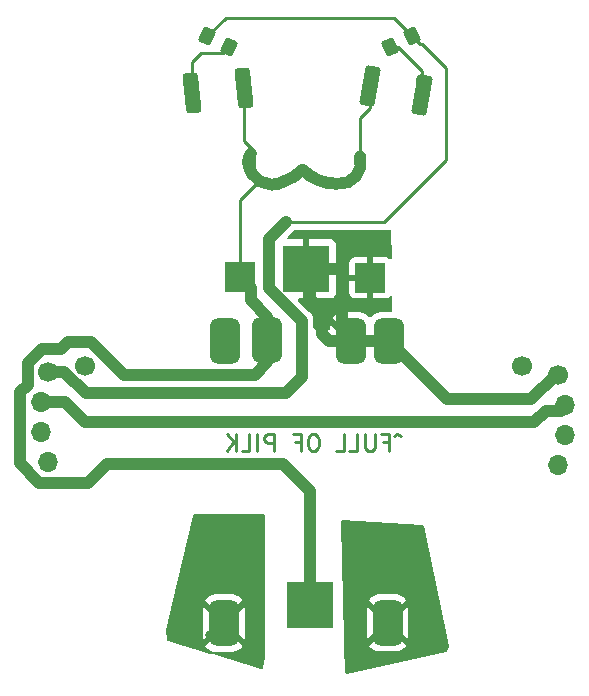
<source format=gbr>
%TF.GenerationSoftware,KiCad,Pcbnew,7.0.9*%
%TF.CreationDate,2023-12-02T23:17:25+01:00*%
%TF.ProjectId,pilkbadge,70696c6b-6261-4646-9765-2e6b69636164,rev?*%
%TF.SameCoordinates,Original*%
%TF.FileFunction,Copper,L2,Bot*%
%TF.FilePolarity,Positive*%
%FSLAX46Y46*%
G04 Gerber Fmt 4.6, Leading zero omitted, Abs format (unit mm)*
G04 Created by KiCad (PCBNEW 7.0.9) date 2023-12-02 23:17:25*
%MOMM*%
%LPD*%
G01*
G04 APERTURE LIST*
G04 Aperture macros list*
%AMRoundRect*
0 Rectangle with rounded corners*
0 $1 Rounding radius*
0 $2 $3 $4 $5 $6 $7 $8 $9 X,Y pos of 4 corners*
0 Add a 4 corners polygon primitive as box body*
4,1,4,$2,$3,$4,$5,$6,$7,$8,$9,$2,$3,0*
0 Add four circle primitives for the rounded corners*
1,1,$1+$1,$2,$3*
1,1,$1+$1,$4,$5*
1,1,$1+$1,$6,$7*
1,1,$1+$1,$8,$9*
0 Add four rect primitives between the rounded corners*
20,1,$1+$1,$2,$3,$4,$5,0*
20,1,$1+$1,$4,$5,$6,$7,0*
20,1,$1+$1,$6,$7,$8,$9,0*
20,1,$1+$1,$8,$9,$2,$3,0*%
G04 Aperture macros list end*
%TA.AperFunction,NonConductor*%
%ADD10C,1.000000*%
%TD*%
%ADD11C,0.280000*%
%TA.AperFunction,NonConductor*%
%ADD12C,0.280000*%
%TD*%
%TA.AperFunction,ComponentPad*%
%ADD13C,1.700000*%
%TD*%
%TA.AperFunction,ComponentPad*%
%ADD14O,1.700000X1.700000*%
%TD*%
%TA.AperFunction,SMDPad,CuDef*%
%ADD15R,4.000000X4.000000*%
%TD*%
%TA.AperFunction,SMDPad,CuDef*%
%ADD16RoundRect,0.250000X0.104372X0.545189X-0.484728X0.270488X-0.104372X-0.545189X0.484728X-0.270488X0*%
%TD*%
%TA.AperFunction,SMDPad,CuDef*%
%ADD17RoundRect,0.250000X-0.645713X-1.358512X0.142133X-1.497431X0.645713X1.358512X-0.142133X1.497431X0*%
%TD*%
%TA.AperFunction,SMDPad,CuDef*%
%ADD18R,2.500000X2.500000*%
%TD*%
%TA.AperFunction,SMDPad,CuDef*%
%ADD19RoundRect,0.635750X0.635750X1.295250X-0.635750X1.295250X-0.635750X-1.295250X0.635750X-1.295250X0*%
%TD*%
%TA.AperFunction,SMDPad,CuDef*%
%ADD20RoundRect,0.250000X0.246242X1.483868X-0.549375X1.400245X-0.246242X-1.483868X0.549375X-1.400245X0*%
%TD*%
%TA.AperFunction,SMDPad,CuDef*%
%ADD21RoundRect,0.250000X-0.484728X-0.270488X0.104372X-0.545189X0.484728X0.270488X-0.104372X0.545189X0*%
%TD*%
%TA.AperFunction,ViaPad*%
%ADD22C,0.800000*%
%TD*%
%TA.AperFunction,Conductor*%
%ADD23C,1.000000*%
%TD*%
%TA.AperFunction,Conductor*%
%ADD24C,0.250000*%
%TD*%
G04 APERTURE END LIST*
D10*
X103500001Y-61750001D02*
G75*
G03*
X103250008Y-62504086I999999J-749999D01*
G01*
X106285747Y-64107239D02*
G75*
G03*
X107884985Y-63115013I-1285744J3857237D01*
G01*
X107884987Y-63115013D02*
G75*
G03*
X110742609Y-64301733I2865012J2865012D01*
G01*
X110742609Y-64301734D02*
G75*
G03*
X112750000Y-62000000I257392J1801734D01*
G01*
X103275536Y-62504003D02*
G75*
G03*
X106285747Y-64107238I2010211J146761D01*
G01*
D11*
D12*
X116182456Y-85647440D02*
X115915790Y-85447440D01*
X115915790Y-85447440D02*
X115649123Y-85647440D01*
X114715790Y-86180773D02*
X115182456Y-86180773D01*
X115182456Y-86914106D02*
X115182456Y-85514106D01*
X115182456Y-85514106D02*
X114515790Y-85514106D01*
X113982456Y-85514106D02*
X113982456Y-86647440D01*
X113982456Y-86647440D02*
X113915790Y-86780773D01*
X113915790Y-86780773D02*
X113849123Y-86847440D01*
X113849123Y-86847440D02*
X113715790Y-86914106D01*
X113715790Y-86914106D02*
X113449123Y-86914106D01*
X113449123Y-86914106D02*
X113315790Y-86847440D01*
X113315790Y-86847440D02*
X113249123Y-86780773D01*
X113249123Y-86780773D02*
X113182456Y-86647440D01*
X113182456Y-86647440D02*
X113182456Y-85514106D01*
X111849123Y-86914106D02*
X112515789Y-86914106D01*
X112515789Y-86914106D02*
X112515789Y-85514106D01*
X110715790Y-86914106D02*
X111382456Y-86914106D01*
X111382456Y-86914106D02*
X111382456Y-85514106D01*
X108915790Y-85514106D02*
X108649123Y-85514106D01*
X108649123Y-85514106D02*
X108515790Y-85580773D01*
X108515790Y-85580773D02*
X108382456Y-85714106D01*
X108382456Y-85714106D02*
X108315790Y-85980773D01*
X108315790Y-85980773D02*
X108315790Y-86447440D01*
X108315790Y-86447440D02*
X108382456Y-86714106D01*
X108382456Y-86714106D02*
X108515790Y-86847440D01*
X108515790Y-86847440D02*
X108649123Y-86914106D01*
X108649123Y-86914106D02*
X108915790Y-86914106D01*
X108915790Y-86914106D02*
X109049123Y-86847440D01*
X109049123Y-86847440D02*
X109182456Y-86714106D01*
X109182456Y-86714106D02*
X109249123Y-86447440D01*
X109249123Y-86447440D02*
X109249123Y-85980773D01*
X109249123Y-85980773D02*
X109182456Y-85714106D01*
X109182456Y-85714106D02*
X109049123Y-85580773D01*
X109049123Y-85580773D02*
X108915790Y-85514106D01*
X107249123Y-86180773D02*
X107715789Y-86180773D01*
X107715789Y-86914106D02*
X107715789Y-85514106D01*
X107715789Y-85514106D02*
X107049123Y-85514106D01*
X105449122Y-86914106D02*
X105449122Y-85514106D01*
X105449122Y-85514106D02*
X104915789Y-85514106D01*
X104915789Y-85514106D02*
X104782456Y-85580773D01*
X104782456Y-85580773D02*
X104715789Y-85647440D01*
X104715789Y-85647440D02*
X104649122Y-85780773D01*
X104649122Y-85780773D02*
X104649122Y-85980773D01*
X104649122Y-85980773D02*
X104715789Y-86114106D01*
X104715789Y-86114106D02*
X104782456Y-86180773D01*
X104782456Y-86180773D02*
X104915789Y-86247440D01*
X104915789Y-86247440D02*
X105449122Y-86247440D01*
X104049122Y-86914106D02*
X104049122Y-85514106D01*
X102715789Y-86914106D02*
X103382455Y-86914106D01*
X103382455Y-86914106D02*
X103382455Y-85514106D01*
X102249122Y-86914106D02*
X102249122Y-85514106D01*
X101449122Y-86914106D02*
X102049122Y-86114106D01*
X101449122Y-85514106D02*
X102249122Y-86314106D01*
D13*
%TO.P,J4,1,Pin_1*%
%TO.N,unconnected-(J4-Pin_1-Pad1)*%
X89500000Y-79750000D03*
%TD*%
%TO.P,J3,1,Pin_1*%
%TO.N,unconnected-(J3-Pin_1-Pad1)*%
X126500000Y-79750000D03*
%TD*%
%TO.P,J1,1,Pin_1*%
%TO.N,Net-(J1-Pin_1)*%
X86300000Y-80200000D03*
D14*
%TO.P,J1,2,Pin_2*%
%TO.N,Net-(J1-Pin_2)*%
X85700000Y-82740000D03*
%TO.P,J1,3,Pin_3*%
%TO.N,unconnected-(J1-Pin_3-Pad3)*%
X85700000Y-85280000D03*
%TO.P,J1,4,Pin_4*%
%TO.N,unconnected-(J1-Pin_4-Pad4)*%
X86300000Y-87820000D03*
%TD*%
D15*
%TO.P,TP1,1,1*%
%TO.N,+BATT*%
X108200000Y-71500000D03*
%TD*%
D16*
%TO.P,R2,1*%
%TO.N,Net-(J1-Pin_1)*%
X117178965Y-51816816D03*
%TO.P,R2,2*%
%TO.N,Net-(D2-A)*%
X115321035Y-52683184D03*
%TD*%
D17*
%TO.P,D2,1,K*%
%TO.N,-BATT*%
X113608803Y-56013633D03*
%TO.P,D2,2,A*%
%TO.N,Net-(D2-A)*%
X117991197Y-56786367D03*
%TD*%
D18*
%TO.P,TP4,1,1*%
%TO.N,-BATT*%
X102600000Y-72200000D03*
%TD*%
D13*
%TO.P,J2,1,Pin_1*%
%TO.N,+BATT*%
X129495661Y-80452986D03*
D14*
%TO.P,J2,2,Pin_2*%
%TO.N,Net-(J1-Pin_2)*%
X130095661Y-82992986D03*
%TO.P,J2,3,Pin_3*%
%TO.N,unconnected-(J2-Pin_3-Pad3)*%
X130095661Y-85532986D03*
%TO.P,J2,4,Pin_4*%
%TO.N,unconnected-(J2-Pin_4-Pad4)*%
X129495661Y-88072986D03*
%TD*%
D19*
%TO.P,U1,5V,5V*%
%TO.N,unconnected-(U1-Pad5V)*%
X115071500Y-101469000D03*
%TO.P,U1,B+,B+*%
%TO.N,+BATT*%
X112000000Y-77600000D03*
%TO.P,U1,B-,B-*%
%TO.N,-BATT*%
X104900000Y-77500000D03*
%TO.P,U1,G,GND*%
%TO.N,unconnected-(U1-GND-PadG)*%
X101200000Y-101500000D03*
%TO.P,U1,G2,GND*%
X101300000Y-77600000D03*
%TO.P,U1,OUT,OUT*%
%TO.N,+BATT*%
X115200000Y-77600000D03*
%TD*%
D20*
%TO.P,D1,1,K*%
%TO.N,-BATT*%
X102912811Y-56167424D03*
%TO.P,D1,2,A*%
%TO.N,Net-(D1-A)*%
X98487189Y-56632576D03*
%TD*%
D15*
%TO.P,TP2,1,1*%
%TO.N,-BATT*%
X108500000Y-99950000D03*
%TD*%
D18*
%TO.P,TP3,1,1*%
%TO.N,+BATT*%
X113600000Y-72250000D03*
%TD*%
D21*
%TO.P,R1,1*%
%TO.N,Net-(J1-Pin_1)*%
X99821035Y-51816816D03*
%TO.P,R1,2*%
%TO.N,Net-(D1-A)*%
X101678965Y-52683184D03*
%TD*%
D22*
%TO.N,+BATT*%
X114600000Y-77200000D03*
X109600000Y-70500000D03*
X107100000Y-71000000D03*
%TO.N,-BATT*%
X107200000Y-100500000D03*
X109800000Y-98500000D03*
%TO.N,unconnected-(U1-GND-PadG)*%
X100000000Y-102500000D03*
X101800000Y-103000000D03*
X102000000Y-76200000D03*
%TO.N,unconnected-(U1-Pad5V)*%
X116000000Y-102800000D03*
X114700000Y-102800000D03*
%TD*%
D23*
%TO.N,+BATT*%
X112000000Y-77600000D02*
X111250000Y-76850000D01*
X111250000Y-76850000D02*
X111250000Y-71750000D01*
X111250000Y-71750000D02*
X111000000Y-71500000D01*
X111000000Y-71500000D02*
X110000000Y-71500000D01*
%TO.N,Net-(J1-Pin_2)*%
X130295661Y-82992986D02*
X129788647Y-83500000D01*
X127500000Y-84500000D02*
X89500000Y-84500000D01*
X129788647Y-83500000D02*
X128500000Y-83500000D01*
X128500000Y-83500000D02*
X127500000Y-84500000D01*
X87740000Y-82740000D02*
X85500000Y-82740000D01*
X89500000Y-84500000D02*
X87740000Y-82740000D01*
D24*
%TO.N,Net-(J1-Pin_1)*%
X117178965Y-51816816D02*
X117862149Y-52500000D01*
X117862149Y-52500000D02*
X118000000Y-52500000D01*
X118000000Y-52500000D02*
X120000000Y-54500000D01*
X120000000Y-54500000D02*
X120000000Y-62250000D01*
X120000000Y-62250000D02*
X114750000Y-67500000D01*
X114750000Y-67500000D02*
X106500000Y-67500000D01*
X99821035Y-51816816D02*
X101387851Y-50250000D01*
X101387851Y-50250000D02*
X115612149Y-50250000D01*
X115612149Y-50250000D02*
X117178965Y-51816816D01*
%TO.N,-BATT*%
X113608803Y-56013633D02*
X113608803Y-57891197D01*
X113608803Y-57891197D02*
X112750000Y-58750000D01*
X112750000Y-58750000D02*
X112750000Y-63250000D01*
X112750000Y-63250000D02*
X111750000Y-64250000D01*
X109000000Y-64250000D02*
X107875000Y-63125000D01*
X107875000Y-63125000D02*
X106750000Y-64250000D01*
X111750000Y-64250000D02*
X109000000Y-64250000D01*
X106750000Y-64250000D02*
X104000000Y-64250000D01*
X103750000Y-64000000D02*
X104000000Y-64250000D01*
X103750000Y-61500000D02*
X103750000Y-64000000D01*
X104000000Y-64250000D02*
X102600000Y-65650000D01*
X102600000Y-65650000D02*
X102600000Y-72200000D01*
X102912811Y-60662811D02*
X103750000Y-61500000D01*
X102912811Y-56167424D02*
X102912811Y-60662811D01*
D23*
X103500000Y-74169001D02*
X103500000Y-73100000D01*
X103500000Y-73100000D02*
X102600000Y-72200000D01*
%TO.N,Net-(J1-Pin_1)*%
X106500000Y-82000000D02*
X107800000Y-80700000D01*
X105000000Y-73100000D02*
X105000000Y-69000000D01*
X107800000Y-75900000D02*
X105000000Y-73100000D01*
X107800000Y-80700000D02*
X107800000Y-75900000D01*
X105000000Y-69000000D02*
X106500000Y-67500000D01*
X86500000Y-80200000D02*
X87702081Y-80200000D01*
X89502081Y-82000000D02*
X106500000Y-82000000D01*
X87702081Y-80200000D02*
X89502081Y-82000000D01*
D24*
%TO.N,Net-(D1-A)*%
X101678965Y-52683184D02*
X101152224Y-53209925D01*
X101152224Y-53209925D02*
X99290075Y-53209925D01*
X99290075Y-53209925D02*
X98487189Y-54012811D01*
X98487189Y-54012811D02*
X98487189Y-56632576D01*
%TO.N,Net-(D2-A)*%
X115321035Y-52683184D02*
X115955477Y-52683184D01*
X115955477Y-52683184D02*
X117991197Y-54718904D01*
X117991197Y-54718904D02*
X117991197Y-56786367D01*
D23*
X117991197Y-55508803D02*
X117991197Y-56786367D01*
%TO.N,+BATT*%
X127248647Y-82500000D02*
X120100000Y-82500000D01*
X120100000Y-82500000D02*
X115200000Y-77600000D01*
X112000000Y-77600000D02*
X115200000Y-77600000D01*
X108500000Y-74100000D02*
X108500000Y-71500000D01*
X109500000Y-77000000D02*
X109500000Y-75100000D01*
X110100000Y-77600000D02*
X109500000Y-77000000D01*
X109500000Y-75100000D02*
X108500000Y-74100000D01*
X112000000Y-77600000D02*
X110100000Y-77600000D01*
X129295661Y-80452986D02*
X127248647Y-82500000D01*
%TO.N,-BATT*%
X91300000Y-88000000D02*
X89700000Y-89600000D01*
X92762742Y-80500000D02*
X103830999Y-80500000D01*
X104900000Y-75569001D02*
X103500000Y-74169001D01*
X89700000Y-89600000D02*
X85600000Y-89600000D01*
X106200000Y-88000000D02*
X91300000Y-88000000D01*
X84600000Y-81300000D02*
X84600000Y-79500000D01*
X104900000Y-77500000D02*
X104900000Y-75569001D01*
X87400000Y-78300000D02*
X88000000Y-77700000D01*
X108500000Y-99500000D02*
X108500000Y-90300000D01*
X85800000Y-78300000D02*
X87400000Y-78300000D01*
X88000000Y-77700000D02*
X89962742Y-77700000D01*
X83950000Y-81950000D02*
X84600000Y-81300000D01*
X103830999Y-80500000D02*
X104900000Y-79430999D01*
X84600000Y-79500000D02*
X85800000Y-78300000D01*
X83950000Y-87950000D02*
X83950000Y-81950000D01*
X85600000Y-89600000D02*
X83950000Y-87950000D01*
X89962742Y-77700000D02*
X92762742Y-80500000D01*
X104900000Y-79430999D02*
X104900000Y-77500000D01*
X108500000Y-90300000D02*
X106200000Y-88000000D01*
%TD*%
%TA.AperFunction,Conductor*%
%TO.N,unconnected-(U1-Pad5V)*%
G36*
X118005568Y-93194603D02*
G01*
X118071373Y-93218080D01*
X118114041Y-93273408D01*
X118119757Y-93292500D01*
X120290924Y-103457508D01*
X120285677Y-103527180D01*
X120280568Y-103538864D01*
X120126436Y-103847127D01*
X120078848Y-103898285D01*
X120042277Y-103912752D01*
X111646089Y-105767724D01*
X111576382Y-105762965D01*
X111520313Y-105721275D01*
X111495684Y-105655890D01*
X111495399Y-105650490D01*
X111426143Y-103399668D01*
X113494383Y-103399668D01*
X113555967Y-103490660D01*
X113709337Y-103644030D01*
X113709342Y-103644034D01*
X113888968Y-103765607D01*
X113888972Y-103765610D01*
X114088352Y-103850990D01*
X114088359Y-103850992D01*
X114300296Y-103897096D01*
X114349036Y-103900000D01*
X115793964Y-103900000D01*
X115842703Y-103897096D01*
X116054640Y-103850992D01*
X116054647Y-103850990D01*
X116254027Y-103765610D01*
X116254031Y-103765607D01*
X116433657Y-103644034D01*
X116433662Y-103644030D01*
X116587029Y-103490663D01*
X116587035Y-103490656D01*
X116648616Y-103399669D01*
X115071500Y-101822553D01*
X113494383Y-103399668D01*
X111426143Y-103399668D01*
X111409260Y-102850962D01*
X113300000Y-102850962D01*
X113302022Y-102884924D01*
X114717947Y-101469000D01*
X115425053Y-101469000D01*
X116840976Y-102884924D01*
X116840976Y-102884923D01*
X116843000Y-102850964D01*
X116843000Y-100087036D01*
X116840976Y-100053075D01*
X116840976Y-100053074D01*
X115425053Y-101468999D01*
X115425053Y-101469000D01*
X114717947Y-101469000D01*
X114717947Y-101468999D01*
X113302022Y-100053074D01*
X113300000Y-100087038D01*
X113300000Y-102850962D01*
X111409260Y-102850962D01*
X111307333Y-99538330D01*
X113494383Y-99538330D01*
X115071500Y-101115447D01*
X115071501Y-101115447D01*
X116648615Y-99538330D01*
X116587032Y-99447339D01*
X116433662Y-99293969D01*
X116433657Y-99293965D01*
X116254031Y-99172392D01*
X116254027Y-99172389D01*
X116054647Y-99087009D01*
X116054640Y-99087007D01*
X115842703Y-99040903D01*
X115793964Y-99038000D01*
X114349036Y-99038000D01*
X114300296Y-99040903D01*
X114088359Y-99087007D01*
X114088352Y-99087009D01*
X113888972Y-99172389D01*
X113888968Y-99172392D01*
X113709342Y-99293965D01*
X113555966Y-99447340D01*
X113494383Y-99538330D01*
X111307333Y-99538330D01*
X111104164Y-92935335D01*
X111121777Y-92867722D01*
X111173149Y-92820365D01*
X111235177Y-92807724D01*
X118005568Y-93194603D01*
G37*
%TD.AperFunction*%
%TD*%
%TA.AperFunction,Conductor*%
%TO.N,unconnected-(U1-GND-PadG)*%
G36*
X104643039Y-92319685D02*
G01*
X104688794Y-92372489D01*
X104700000Y-92424000D01*
X104700000Y-104387722D01*
X104697592Y-104412040D01*
X104526629Y-105266852D01*
X104494179Y-105328730D01*
X104433427Y-105363240D01*
X104369810Y-105361425D01*
X100274310Y-104147943D01*
X100215625Y-104110024D01*
X100187926Y-104048976D01*
X100155134Y-104078787D01*
X100086232Y-104090373D01*
X100065726Y-104086141D01*
X98678226Y-103675030D01*
X97853505Y-103430668D01*
X99622883Y-103430668D01*
X99684467Y-103521660D01*
X99837837Y-103675030D01*
X99837842Y-103675034D01*
X100017468Y-103796607D01*
X100017472Y-103796610D01*
X100149766Y-103853262D01*
X100203644Y-103897747D01*
X100220417Y-103950221D01*
X100242754Y-103924572D01*
X100309842Y-103905052D01*
X100335896Y-103907886D01*
X100428798Y-103928096D01*
X100477536Y-103931000D01*
X101922464Y-103931000D01*
X101971203Y-103928096D01*
X102183140Y-103881992D01*
X102183147Y-103881990D01*
X102382527Y-103796610D01*
X102382531Y-103796607D01*
X102562157Y-103675034D01*
X102562162Y-103675030D01*
X102715529Y-103521663D01*
X102715535Y-103521656D01*
X102777116Y-103430669D01*
X101200000Y-101853553D01*
X99622883Y-103430668D01*
X97853505Y-103430668D01*
X96478923Y-103023384D01*
X96420239Y-102985466D01*
X96391370Y-102921840D01*
X96390915Y-102918239D01*
X96386884Y-102881962D01*
X99428500Y-102881962D01*
X99430522Y-102915924D01*
X100846446Y-101500001D01*
X101553553Y-101500001D01*
X102969476Y-102915924D01*
X102969476Y-102915923D01*
X102971500Y-102881964D01*
X102971500Y-100118036D01*
X102969476Y-100084075D01*
X102969476Y-100084074D01*
X101553553Y-101499999D01*
X101553553Y-101500001D01*
X100846446Y-101500001D01*
X100846447Y-101500000D01*
X100846447Y-101499999D01*
X99430522Y-100084074D01*
X99428500Y-100118038D01*
X99428500Y-102881962D01*
X96386884Y-102881962D01*
X96302358Y-102121224D01*
X96304879Y-102079208D01*
X96893932Y-99569330D01*
X99622883Y-99569330D01*
X101200000Y-101146447D01*
X101200001Y-101146447D01*
X102777115Y-99569330D01*
X102715532Y-99478339D01*
X102562162Y-99324969D01*
X102562157Y-99324965D01*
X102382531Y-99203392D01*
X102382527Y-99203389D01*
X102183147Y-99118009D01*
X102183140Y-99118007D01*
X101971203Y-99071903D01*
X101922464Y-99069000D01*
X100477536Y-99069000D01*
X100428796Y-99071903D01*
X100216859Y-99118007D01*
X100216852Y-99118009D01*
X100017472Y-99203389D01*
X100017468Y-99203392D01*
X99837842Y-99324965D01*
X99684466Y-99478340D01*
X99622883Y-99569330D01*
X96893932Y-99569330D01*
X98577547Y-92395667D01*
X98612029Y-92334899D01*
X98673890Y-92302420D01*
X98698267Y-92300000D01*
X104576000Y-92300000D01*
X104643039Y-92319685D01*
G37*
%TD.AperFunction*%
%TD*%
%TA.AperFunction,Conductor*%
%TO.N,+BATT*%
G36*
X115344490Y-68219685D02*
G01*
X115390245Y-68272489D01*
X115401442Y-68322541D01*
X115427805Y-70563513D01*
X115408911Y-70630780D01*
X115356649Y-70677153D01*
X115287612Y-70687909D01*
X115223719Y-70659634D01*
X115213624Y-70648917D01*
X115213460Y-70649082D01*
X115207187Y-70642809D01*
X115092093Y-70556649D01*
X115092086Y-70556645D01*
X114957379Y-70506403D01*
X114957372Y-70506401D01*
X114897844Y-70500000D01*
X113850000Y-70500000D01*
X113850000Y-74000000D01*
X114897828Y-74000000D01*
X114897844Y-73999999D01*
X114957372Y-73993598D01*
X114957379Y-73993596D01*
X115092086Y-73943354D01*
X115092093Y-73943350D01*
X115207186Y-73857191D01*
X115243582Y-73808573D01*
X115299516Y-73766702D01*
X115369207Y-73761718D01*
X115430531Y-73795203D01*
X115464015Y-73856526D01*
X115466840Y-73881425D01*
X115480512Y-75043541D01*
X115461618Y-75110808D01*
X115409356Y-75157181D01*
X115356521Y-75169000D01*
X114477536Y-75169000D01*
X114428796Y-75171903D01*
X114216859Y-75218007D01*
X114216852Y-75218009D01*
X114017472Y-75303389D01*
X114017468Y-75303392D01*
X113837842Y-75424965D01*
X113687681Y-75575126D01*
X113626358Y-75608610D01*
X113556666Y-75603626D01*
X113512319Y-75575126D01*
X113362157Y-75424965D01*
X113182531Y-75303392D01*
X113182527Y-75303389D01*
X112983147Y-75218009D01*
X112983140Y-75218007D01*
X112771203Y-75171903D01*
X112722464Y-75169000D01*
X111277536Y-75169000D01*
X111228796Y-75171903D01*
X111016859Y-75218007D01*
X111016852Y-75218009D01*
X110817472Y-75303389D01*
X110817468Y-75303392D01*
X110637842Y-75424965D01*
X110484466Y-75578340D01*
X110422883Y-75669330D01*
X111453553Y-76700000D01*
X110746448Y-76700000D01*
X110230522Y-76184074D01*
X110228500Y-76218038D01*
X110228500Y-76576000D01*
X110208815Y-76643039D01*
X110156011Y-76688794D01*
X110104500Y-76700000D01*
X109051362Y-76700000D01*
X108984323Y-76680315D01*
X108963681Y-76663681D01*
X108836819Y-76536819D01*
X108803334Y-76475496D01*
X108800500Y-76449138D01*
X108800500Y-75912715D01*
X108802757Y-75823641D01*
X108802756Y-75823640D01*
X108802757Y-75823637D01*
X108791933Y-75763249D01*
X108791280Y-75758587D01*
X108785074Y-75697563D01*
X108785074Y-75697562D01*
X108774784Y-75664768D01*
X108772917Y-75657155D01*
X108766858Y-75623347D01*
X108766857Y-75623345D01*
X108744102Y-75566379D01*
X108742521Y-75561938D01*
X108724157Y-75503407D01*
X108707488Y-75473378D01*
X108704117Y-75466278D01*
X108691378Y-75434386D01*
X108691377Y-75434383D01*
X108657620Y-75383163D01*
X108655180Y-75379134D01*
X108644379Y-75359675D01*
X108625409Y-75325498D01*
X108625407Y-75325495D01*
X108606431Y-75303392D01*
X108603030Y-75299431D01*
X108598302Y-75293159D01*
X108579402Y-75264481D01*
X108536012Y-75221091D01*
X108532822Y-75217648D01*
X108492867Y-75171106D01*
X108492863Y-75171102D01*
X108465698Y-75150074D01*
X108459803Y-75144882D01*
X107526602Y-74211681D01*
X107493117Y-74150358D01*
X107498101Y-74080666D01*
X107539973Y-74024733D01*
X107605437Y-74000316D01*
X107614283Y-74000000D01*
X107950000Y-74000000D01*
X107950000Y-71750000D01*
X108450000Y-71750000D01*
X108450000Y-74000000D01*
X110247828Y-74000000D01*
X110247844Y-73999999D01*
X110307372Y-73993598D01*
X110307379Y-73993596D01*
X110442086Y-73943354D01*
X110442093Y-73943350D01*
X110557187Y-73857190D01*
X110557190Y-73857187D01*
X110643350Y-73742093D01*
X110643354Y-73742086D01*
X110693596Y-73607379D01*
X110693598Y-73607372D01*
X110699999Y-73547844D01*
X110700000Y-73547827D01*
X110700000Y-72500000D01*
X111850000Y-72500000D01*
X111850000Y-73547844D01*
X111856401Y-73607372D01*
X111856403Y-73607379D01*
X111906645Y-73742086D01*
X111906649Y-73742093D01*
X111992809Y-73857187D01*
X111992812Y-73857190D01*
X112107906Y-73943350D01*
X112107913Y-73943354D01*
X112242620Y-73993596D01*
X112242627Y-73993598D01*
X112302155Y-73999999D01*
X112302172Y-74000000D01*
X113350000Y-74000000D01*
X113350000Y-72500000D01*
X111850000Y-72500000D01*
X110700000Y-72500000D01*
X110700000Y-72000000D01*
X111850000Y-72000000D01*
X113350000Y-72000000D01*
X113350000Y-70500000D01*
X112302155Y-70500000D01*
X112242627Y-70506401D01*
X112242620Y-70506403D01*
X112107913Y-70556645D01*
X112107906Y-70556649D01*
X111992812Y-70642809D01*
X111992809Y-70642812D01*
X111906649Y-70757906D01*
X111906645Y-70757913D01*
X111856403Y-70892620D01*
X111856401Y-70892627D01*
X111850000Y-70952155D01*
X111850000Y-72000000D01*
X110700000Y-72000000D01*
X110700000Y-71750000D01*
X108450000Y-71750000D01*
X107950000Y-71750000D01*
X107950000Y-69000000D01*
X108450000Y-69000000D01*
X108450000Y-71250000D01*
X110700000Y-71250000D01*
X110700000Y-69452172D01*
X110699999Y-69452155D01*
X110693598Y-69392627D01*
X110693596Y-69392620D01*
X110643354Y-69257913D01*
X110643350Y-69257906D01*
X110557190Y-69142812D01*
X110557187Y-69142809D01*
X110442093Y-69056649D01*
X110442086Y-69056645D01*
X110307379Y-69006403D01*
X110307372Y-69006401D01*
X110247844Y-69000000D01*
X108450000Y-69000000D01*
X107950000Y-69000000D01*
X106714283Y-69000000D01*
X106647244Y-68980315D01*
X106601489Y-68927511D01*
X106591545Y-68858353D01*
X106620570Y-68794797D01*
X106626602Y-68788319D01*
X107178602Y-68236319D01*
X107239925Y-68202834D01*
X107266283Y-68200000D01*
X115277451Y-68200000D01*
X115344490Y-68219685D01*
G37*
%TD.AperFunction*%
%TD*%
M02*

</source>
